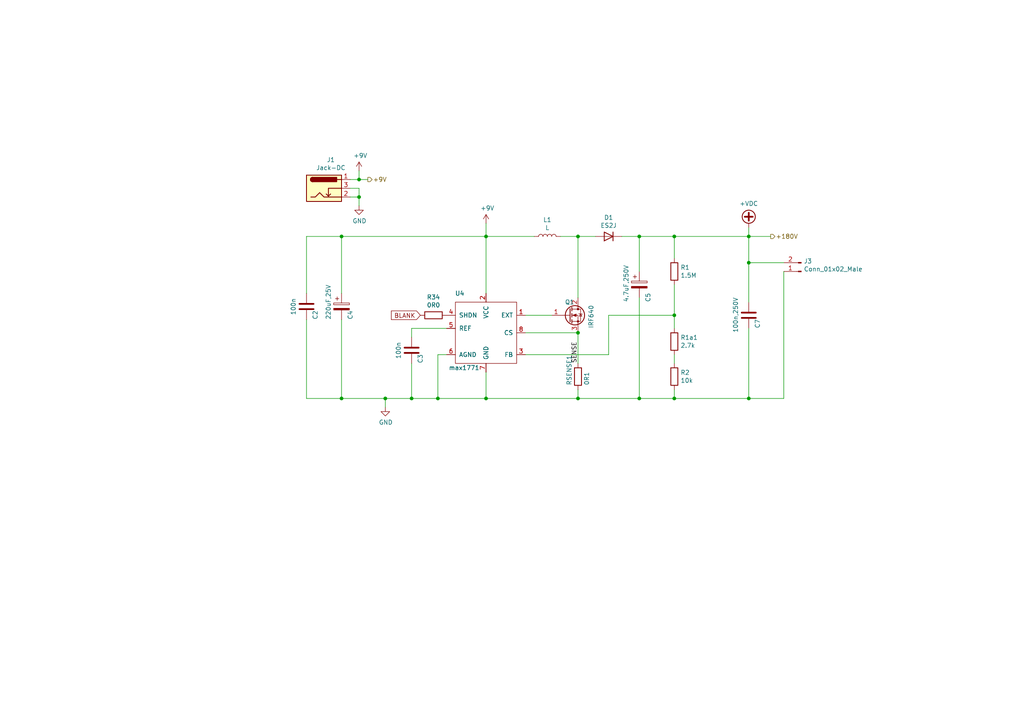
<source format=kicad_sch>
(kicad_sch (version 20211123) (generator eeschema)
  (paper "A4")
  (lib_symbols
    (symbol "Connector:Barrel_Jack_Switch" (pin_names hide)
      (property "Reference" "J" (at 0 5.334 0))
      (property "Value" "Barrel_Jack_Switch" (at 0 -5.08 0))
      (symbol "Barrel_Jack_Switch_0_1"
        (rectangle (start -5.08 3.81) (end 5.08 -3.81) (stroke (width 0.254)) (fill (type background)))
        (arc (start -3.302 3.175) (mid -3.937 2.54) (end -3.302 1.905) (stroke (width 0.254)))
        (arc (start -3.302 3.175) (mid -3.937 2.54) (end -3.302 1.905) (stroke (width 0.254)) (fill (type outline)))
        (polyline (pts (xy 1.27 -2.286) (xy 1.905 -1.651)) (stroke (width 0.254)))
        (polyline (pts (xy 5.08 2.54) (xy 3.81 2.54)) (stroke (width 0.254)))
        (polyline (pts (xy 5.08 0) (xy 1.27 0) (xy 1.27 -2.286) (xy 0.635 -1.651)) (stroke (width 0.254)))
        (polyline (pts (xy -3.81 -2.54) (xy -2.54 -2.54) (xy -1.27 -1.27) (xy 0 -2.54) (xy 2.54 -2.54) (xy 5.08 -2.54)) (stroke (width 0.254)))
        (rectangle (start 3.683 3.175) (end -3.302 1.905) (stroke (width 0.254)) (fill (type outline)))
      )
      (symbol "Barrel_Jack_Switch_1_1"
        (pin passive line (at 7.62 2.54 180) (length 2.54) (name "~") (number "1"))
        (pin passive line (at 7.62 -2.54 180) (length 2.54) (name "~") (number "2"))
        (pin passive line (at 7.62 0 180) (length 2.54) (name "~") (number "3"))
      )
    )
    (symbol "Connector:Conn_01x02_Male" (pin_names (offset 1.016) hide)
      (property "Reference" "J" (at 0 2.54 0))
      (property "Value" "Conn_01x02_Male" (at 0 -5.08 0))
      (symbol "Conn_01x02_Male_1_1"
        (polyline (pts (xy 1.27 -2.54) (xy 0.8636 -2.54)) (stroke (width 0.1524)))
        (polyline (pts (xy 1.27 0) (xy 0.8636 0)) (stroke (width 0.1524)))
        (rectangle (start 0.8636 -2.413) (end 0 -2.667) (stroke (width 0.1524)) (fill (type outline)))
        (rectangle (start 0.8636 0.127) (end 0 -0.127) (stroke (width 0.1524)) (fill (type outline)))
        (pin passive line (at 5.08 0 180) (length 3.81) (name "Pin_1") (number "1"))
        (pin passive line (at 5.08 -2.54 180) (length 3.81) (name "Pin_2") (number "2"))
      )
    )
    (symbol "Device:C" (pin_numbers hide) (pin_names (offset 0.254))
      (property "Reference" "C" (at 0.635 2.54 0))
      (property "Value" "C" (at 0.635 -2.54 0))
      (symbol "C_0_1"
        (polyline (pts (xy -2.032 -0.762) (xy 2.032 -0.762)) (stroke (width 0.508)))
        (polyline (pts (xy -2.032 0.762) (xy 2.032 0.762)) (stroke (width 0.508)))
      )
      (symbol "C_1_1"
        (pin passive line (at 0 3.81 270) (length 2.794) (name "~") (number "1"))
        (pin passive line (at 0 -3.81 90) (length 2.794) (name "~") (number "2"))
      )
    )
    (symbol "Device:CP" (pin_numbers hide) (pin_names (offset 0.254))
      (property "Reference" "C" (at 0.635 2.54 0))
      (property "Value" "CP" (at 0.635 -2.54 0))
      (symbol "CP_0_1"
        (rectangle (start -2.286 0.508) (end 2.286 1.016))
        (polyline (pts (xy -1.778 2.286) (xy -0.762 2.286)))
        (polyline (pts (xy -1.27 2.794) (xy -1.27 1.778)))
        (rectangle (start 2.286 -0.508) (end -2.286 -1.016) (fill (type outline)))
      )
      (symbol "CP_1_1"
        (pin passive line (at 0 3.81 270) (length 2.794) (name "~") (number "1"))
        (pin passive line (at 0 -3.81 90) (length 2.794) (name "~") (number "2"))
      )
    )
    (symbol "Device:D" (pin_numbers hide) (pin_names (offset 1.016) hide)
      (property "Reference" "D" (at 0 2.54 0))
      (property "Value" "D" (at 0 -2.54 0))
      (symbol "D_0_1"
        (polyline (pts (xy -1.27 1.27) (xy -1.27 -1.27)) (stroke (width 0.254)))
        (polyline (pts (xy 1.27 0) (xy -1.27 0)))
        (polyline (pts (xy 1.27 1.27) (xy 1.27 -1.27) (xy -1.27 0) (xy 1.27 1.27)) (stroke (width 0.254)))
      )
      (symbol "D_1_1"
        (pin passive line (at -3.81 0 0) (length 2.54) (name "K") (number "1"))
        (pin passive line (at 3.81 0 180) (length 2.54) (name "A") (number "2"))
      )
    )
    (symbol "Device:L" (pin_numbers hide) (pin_names (offset 1.016) hide)
      (property "Reference" "L" (at -1.27 0 90))
      (property "Value" "L" (at 1.905 0 90))
      (symbol "L_0_1"
        (arc (start 0 -2.54) (mid 0.635 -1.905) (end 0 -1.27))
        (arc (start 0 -1.27) (mid 0.635 -0.635) (end 0 0))
        (arc (start 0 0) (mid 0.635 0.635) (end 0 1.27))
        (arc (start 0 1.27) (mid 0.635 1.905) (end 0 2.54))
      )
      (symbol "L_1_1"
        (pin passive line (at 0 3.81 270) (length 1.27) (name "1") (number "1"))
        (pin passive line (at 0 -3.81 90) (length 1.27) (name "2") (number "2"))
      )
    )
    (symbol "Device:R" (pin_numbers hide) (pin_names (offset 0))
      (property "Reference" "R" (at 2.032 0 90))
      (property "Value" "R" (at 0 0 90))
      (symbol "R_0_1"
        (rectangle (start -1.016 -2.54) (end 1.016 2.54) (stroke (width 0.254)))
      )
      (symbol "R_1_1"
        (pin passive line (at 0 3.81 270) (length 1.27) (name "~") (number "1"))
        (pin passive line (at 0 -3.81 90) (length 1.27) (name "~") (number "2"))
      )
    )
    (symbol "Transistor_FET:IRF740" (pin_names hide)
      (property "Reference" "Q" (at 6.35 1.905 0))
      (property "Value" "IRF740" (at 6.35 0 0))
      (symbol "IRF740_0_1"
        (polyline (pts (xy 0.254 0) (xy -2.54 0)))
        (polyline (pts (xy 0.254 1.905) (xy 0.254 -1.905)) (stroke (width 0.254)))
        (polyline (pts (xy 0.762 -1.27) (xy 0.762 -2.286)) (stroke (width 0.254)))
        (polyline (pts (xy 0.762 0.508) (xy 0.762 -0.508)) (stroke (width 0.254)))
        (polyline (pts (xy 0.762 2.286) (xy 0.762 1.27)) (stroke (width 0.254)))
        (polyline (pts (xy 2.54 2.54) (xy 2.54 1.778)))
        (polyline (pts (xy 2.54 -2.54) (xy 2.54 0) (xy 0.762 0)))
        (polyline (pts (xy 0.762 -1.778) (xy 3.302 -1.778) (xy 3.302 1.778) (xy 0.762 1.778)))
        (polyline (pts (xy 1.016 0) (xy 2.032 0.381) (xy 2.032 -0.381) (xy 1.016 0)) (fill (type outline)))
        (polyline (pts (xy 2.794 0.508) (xy 2.921 0.381) (xy 3.683 0.381) (xy 3.81 0.254)))
        (polyline (pts (xy 3.302 0.381) (xy 2.921 -0.254) (xy 3.683 -0.254) (xy 3.302 0.381)))
        (circle (center 1.651 0) (radius 2.794) (stroke (width 0.254)))
        (circle (center 2.54 -1.778) (radius 0.254) (fill (type outline)))
        (circle (center 2.54 1.778) (radius 0.254) (fill (type outline)))
      )
      (symbol "IRF740_1_1"
        (pin input line (at -5.08 0 0) (length 2.54) (name "G") (number "1"))
        (pin passive line (at 2.54 5.08 270) (length 2.54) (name "D") (number "2"))
        (pin passive line (at 2.54 -5.08 90) (length 2.54) (name "S") (number "3"))
      )
    )
    (symbol "funknetzwerkuhr-rescue:MAX1771-Parts_Stash-funknetzwerkuhr-rescue" (pin_names (offset 1.016))
      (property "Reference" "U" (at -7.62 10.16 0))
      (property "Value" "MAX1771-Parts_Stash-funknetzwerkuhr-rescue" (at -8.89 -10.16 0))
      (symbol "MAX1771-Parts_Stash-funknetzwerkuhr-rescue_0_1"
        (rectangle (start -8.89 8.89) (end 8.89 -8.89))
      )
      (symbol "MAX1771-Parts_Stash-funknetzwerkuhr-rescue_1_1"
        (pin output line (at 11.43 5.08 180) (length 2.54) (name "EXT") (number "1"))
        (pin power_in line (at 0 11.43 270) (length 2.54) (name "VCC") (number "2"))
        (pin input line (at 11.43 -6.35 180) (length 2.54) (name "FB") (number "3"))
        (pin input line (at -11.43 5.08 0) (length 2.54) (name "SHDN") (number "4"))
        (pin passive line (at -11.43 1.27 0) (length 2.54) (name "REF") (number "5"))
        (pin power_in line (at -11.43 -6.35 0) (length 2.54) (name "AGND") (number "6"))
        (pin power_in line (at 0 -11.43 90) (length 2.54) (name "GND") (number "7"))
        (pin passive line (at 11.43 0 180) (length 2.54) (name "CS") (number "8"))
      )
    )
    (symbol "power:+9V" (power) (pin_names (offset 0))
      (property "Value" "+9V" (at 0 3.556 0))
      (symbol "+9V_0_1"
        (polyline (pts (xy -0.762 1.27) (xy 0 2.54)))
        (polyline (pts (xy 0 0) (xy 0 2.54)))
        (polyline (pts (xy 0 2.54) (xy 0.762 1.27)))
      )
      (symbol "+9V_1_1"
        (pin power_in line (at 0 0 90) (length 0) hide (name "+9V") (number "1"))
      )
    )
    (symbol "power:+VDC" (power) (pin_names (offset 0))
      (property "Value" "+VDC" (at 0 6.35 0))
      (symbol "+VDC_0_1"
        (polyline (pts (xy -1.143 3.175) (xy 1.143 3.175)) (stroke (width 0.508)))
        (polyline (pts (xy 0 0) (xy 0 1.27)))
        (polyline (pts (xy 0 2.032) (xy 0 4.318)) (stroke (width 0.508)))
        (circle (center 0 3.175) (radius 1.905) (stroke (width 0.254)))
      )
      (symbol "+VDC_1_1"
        (pin power_in line (at 0 0 90) (length 0) hide (name "+VDC") (number "1"))
      )
    )
    (symbol "power:GND" (power) (pin_names (offset 0))
      (property "Value" "GND" (at 0 -3.81 0))
      (symbol "GND_0_1"
        (polyline (pts (xy 0 0) (xy 0 -1.27) (xy 1.27 -1.27) (xy 0 -2.54) (xy -1.27 -1.27) (xy 0 -1.27)))
      )
      (symbol "GND_1_1"
        (pin power_in line (at 0 0 270) (length 0) hide (name "GND") (number "1"))
      )
    )
  )
  (junction (at 140.97 68.58))
  (junction (at 195.58 68.58))
  (junction (at 99.06 115.57))
  (junction (at 167.64 68.58))
  (junction (at 104.14 52.07))
  (junction (at 185.42 68.58))
  (junction (at 127 115.57))
  (junction (at 111.76 115.57))
  (junction (at 217.17 115.57))
  (junction (at 167.64 115.57))
  (junction (at 195.58 115.57))
  (junction (at 217.17 68.58))
  (junction (at 185.42 115.57))
  (junction (at 140.97 115.57))
  (junction (at 99.06 68.58))
  (junction (at 167.64 96.52))
  (junction (at 217.17 76.2))
  (junction (at 104.14 57.15))
  (junction (at 119.38 115.57))
  (junction (at 195.58 91.44))
  (wire (pts (xy 140.97 85.09) (xy 140.97 68.58)))
  (wire (pts (xy 185.42 68.58) (xy 185.42 78.74)))
  (wire (pts (xy 119.38 115.57) (xy 111.76 115.57)))
  (wire (pts (xy 119.38 95.25) (xy 119.38 97.79)))
  (wire (pts (xy 195.58 68.58) (xy 185.42 68.58)))
  (wire (pts (xy 167.64 105.41) (xy 167.64 96.52)))
  (wire (pts (xy 152.4 102.87) (xy 176.53 102.87)))
  (wire (pts (xy 217.17 68.58) (xy 217.17 76.2)))
  (wire (pts (xy 104.14 52.07) (xy 104.14 49.53)))
  (wire (pts (xy 152.4 91.44) (xy 160.02 91.44)))
  (wire (pts (xy 217.17 95.25) (xy 217.17 115.57)))
  (wire (pts (xy 195.58 115.57) (xy 185.42 115.57)))
  (wire (pts (xy 223.52 68.58) (xy 217.17 68.58)))
  (wire (pts (xy 167.64 68.58) (xy 172.72 68.58)))
  (wire (pts (xy 99.06 92.71) (xy 99.06 115.57)))
  (wire (pts (xy 129.54 95.25) (xy 119.38 95.25)))
  (wire (pts (xy 119.38 105.41) (xy 119.38 115.57)))
  (wire (pts (xy 88.9 85.09) (xy 88.9 68.58)))
  (wire (pts (xy 99.06 85.09) (xy 99.06 68.58)))
  (wire (pts (xy 104.14 54.61) (xy 104.14 57.15)))
  (wire (pts (xy 180.34 68.58) (xy 185.42 68.58)))
  (wire (pts (xy 106.68 52.07) (xy 104.14 52.07)))
  (wire (pts (xy 129.54 102.87) (xy 127 102.87)))
  (wire (pts (xy 104.14 57.15) (xy 101.6 57.15)))
  (wire (pts (xy 111.76 115.57) (xy 111.76 118.11)))
  (wire (pts (xy 127 102.87) (xy 127 115.57)))
  (wire (pts (xy 217.17 115.57) (xy 195.58 115.57)))
  (wire (pts (xy 195.58 105.41) (xy 195.58 102.87)))
  (wire (pts (xy 99.06 115.57) (xy 88.9 115.57)))
  (wire (pts (xy 195.58 95.25) (xy 195.58 91.44)))
  (wire (pts (xy 167.64 115.57) (xy 167.64 113.03)))
  (wire (pts (xy 195.58 68.58) (xy 195.58 74.93)))
  (wire (pts (xy 140.97 115.57) (xy 140.97 107.95)))
  (wire (pts (xy 167.64 96.52) (xy 152.4 96.52)))
  (wire (pts (xy 101.6 54.61) (xy 104.14 54.61)))
  (wire (pts (xy 167.64 115.57) (xy 140.97 115.57)))
  (wire (pts (xy 140.97 64.77) (xy 140.97 68.58)))
  (wire (pts (xy 140.97 68.58) (xy 154.94 68.58)))
  (wire (pts (xy 99.06 68.58) (xy 140.97 68.58)))
  (wire (pts (xy 88.9 68.58) (xy 99.06 68.58)))
  (wire (pts (xy 185.42 86.36) (xy 185.42 115.57)))
  (wire (pts (xy 101.6 52.07) (xy 104.14 52.07)))
  (wire (pts (xy 176.53 102.87) (xy 176.53 91.44)))
  (wire (pts (xy 195.58 82.55) (xy 195.58 91.44)))
  (wire (pts (xy 195.58 68.58) (xy 217.17 68.58)))
  (wire (pts (xy 119.38 115.57) (xy 127 115.57)))
  (wire (pts (xy 185.42 115.57) (xy 167.64 115.57)))
  (wire (pts (xy 217.17 76.2) (xy 217.17 87.63)))
  (wire (pts (xy 88.9 92.71) (xy 88.9 115.57)))
  (wire (pts (xy 217.17 76.2) (xy 227.33 76.2)))
  (wire (pts (xy 104.14 59.69) (xy 104.14 57.15)))
  (wire (pts (xy 195.58 113.03) (xy 195.58 115.57)))
  (wire (pts (xy 111.76 115.57) (xy 99.06 115.57)))
  (wire (pts (xy 227.33 115.57) (xy 217.17 115.57)))
  (wire (pts (xy 162.56 68.58) (xy 167.64 68.58)))
  (wire (pts (xy 127 115.57) (xy 140.97 115.57)))
  (wire (pts (xy 176.53 91.44) (xy 195.58 91.44)))
  (wire (pts (xy 217.17 66.04) (xy 217.17 68.58)))
  (wire (pts (xy 167.64 68.58) (xy 167.64 86.36)))
  (wire (pts (xy 227.33 78.74) (xy 227.33 115.57)))
  (label "SENSE" (at 167.64 99.06 270))
  (global_label "BLANK" (shape input) (at 121.92 91.44 180) (property "Intersheet References" "${INTERSHEET_REFS}" (effects hide)))
  (hierarchical_label "+180V" (shape output) (at 223.52 68.58 0))
  (hierarchical_label "+9V" (shape output) (at 106.68 52.07 0))
  (symbol (lib_id "Device:R") (at 195.58 99.06 0) (unit 1)
    (property "Reference" "R1a1" (at 197.358 97.8916 0) (effects (justify left)))
    (property "Value" "2.7k" (at 197.358 100.203 0) (effects (justify left)))
    (property "Footprint" "PartsStash:R_0805_2012Metric_Pad1.15x1.40mm_HandSolder_Value" (effects hide))
  )
  (symbol (lib_id "Device:R") (at 125.73 91.44 270) (unit 1)
    (property "Reference" "R34" (at 125.73 86.1822 90))
    (property "Value" "0R0" (at 125.73 88.4936 90))
    (property "Footprint" "PartsStash:R_0805_2012Metric_Pad1.15x1.40mm_HandSolder_Value" (effects hide))
  )
  (symbol (lib_id "Connector:Barrel_Jack_Switch") (at 93.98 54.61 0) (unit 1)
    (property "Reference" "J1" (at 95.9612 46.355 0))
    (property "Value" "Jack-DC" (at 95.9612 48.6664 0))
    (property "Footprint" "Parts:AliExpress55mmBarelJack" (effects hide))
  )
  (symbol (lib_id "power:GND") (at 104.14 59.69 0) (unit 1)
    (property "Reference" "#PWR09" (effects hide))
    (property "Value" "GND" (at 104.267 64.0842 0))
  )
  (symbol (lib_id "power:+9V") (at 104.14 49.53 0) (unit 1)
    (property "Reference" "#PWR08" (effects hide))
    (property "Value" "+9V" (at 104.521 45.1358 0))
  )
  (symbol (lib_id "funknetzwerkuhr-rescue:MAX1771-Parts_Stash-funknetzwerkuhr-rescue") (at 140.97 96.52 0)
    (property "Reference" "U4" (at 133.35 85.09 0))
    (property "Value" "max1771" (at 134.62 106.68 0))
    (property "Footprint" "Package_SO:PowerIntegrations_SO-8" (effects hide))
  )
  (symbol (lib_id "power:GND") (at 111.76 118.11 0) (unit 1)
    (property "Reference" "#PWR010" (effects hide))
    (property "Value" "GND" (at 111.887 122.5042 0))
  )
  (symbol (lib_id "Device:C") (at 119.38 101.6 0) (unit 1)
    (property "Reference" "C3" (at 121.92 105.41 90) (effects (justify left)))
    (property "Value" "100n" (at 115.57 104.14 90) (effects (justify left)))
    (property "Footprint" "Capacitor_SMD:C_1206_3216Metric_Pad1.42x1.75mm_HandSolder" (effects hide))
  )
  (symbol (lib_id "power:+9V") (at 140.97 64.77 0) (unit 1)
    (property "Reference" "#PWR011" (effects hide))
    (property "Value" "+9V" (at 141.351 60.3758 0))
  )
  (symbol (lib_id "Device:C") (at 88.9 88.9 0) (unit 1)
    (property "Reference" "C2" (at 91.44 92.71 90) (effects (justify left)))
    (property "Value" "100n" (at 85.09 91.44 90) (effects (justify left)))
    (property "Footprint" "Capacitor_SMD:C_1206_3216Metric_Pad1.42x1.75mm_HandSolder" (effects hide))
  )
  (symbol (lib_id "Device:L") (at 158.75 68.58 90) (unit 1)
    (property "Reference" "L1" (at 158.75 63.754 90))
    (property "Value" "L" (at 158.75 66.0654 90))
    (property "Footprint" "Inductor_THT:L_Toroid_Vertical_L14.0mm_W6.3mm_P4.57mm_Pulse_A" (effects hide))
  )
  (symbol (lib_id "Device:CP") (at 99.06 88.9 0) (unit 1)
    (property "Reference" "C4" (at 101.6 92.71 90) (effects (justify left)))
    (property "Value" "220uF,25V" (at 95.25 92.71 90) (effects (justify left)))
    (property "Footprint" "Capacitor_THT:CP_Radial_D10.0mm_P2.50mm_P5.00mm" (effects hide))
  )
  (symbol (lib_id "Transistor_FET:IRF740") (at 165.1 91.44 0) (unit 1)
    (property "Reference" "Q1" (at 163.83 87.63 0) (effects (justify left)))
    (property "Value" "IRF640" (at 171.45 95.25 90) (effects (justify left)))
    (property "Footprint" "Package_TO_SOT_SMD:TO-263-2" (effects hide))
  )
  (symbol (lib_id "Device:R") (at 167.64 109.22 0) (unit 1)
    (property "Reference" "RSENSE1" (at 165.1 111.76 90) (effects (justify left)))
    (property "Value" "0R1" (at 170.18 111.76 90) (effects (justify left)))
    (property "Footprint" "Resistor_SMD:R_2512_6332Metric_Pad1.52x3.35mm_HandSolder" (effects hide))
  )
  (symbol (lib_id "Device:D") (at 176.53 68.58 180) (unit 1)
    (property "Reference" "D1" (at 176.53 63.0936 0))
    (property "Value" "ES2J" (at 176.53 65.405 0))
    (property "Footprint" "Diode_SMD:D_SMB_Handsoldering" (effects hide))
  )
  (symbol (lib_id "Device:CP") (at 185.42 82.55 0) (unit 1)
    (property "Reference" "C5" (at 187.96 87.63 90) (effects (justify left)))
    (property "Value" "4.7uF,250V" (at 181.61 87.63 90) (effects (justify left)))
    (property "Footprint" "Capacitor_THT:CP_Radial_D8.0mm_P3.50mm" (effects hide))
  )
  (symbol (lib_id "Device:R") (at 195.58 78.74 0) (unit 1)
    (property "Reference" "R1" (at 197.358 77.5716 0) (effects (justify left)))
    (property "Value" "1.5M" (at 197.358 79.883 0) (effects (justify left)))
    (property "Footprint" "Resistor_SMD:R_1206_3216Metric_Pad1.42x1.75mm_HandSolder" (effects hide))
  )
  (symbol (lib_id "Device:R") (at 195.58 109.22 0) (unit 1)
    (property "Reference" "R2" (at 197.358 108.0516 0) (effects (justify left)))
    (property "Value" "10k" (at 197.358 110.363 0) (effects (justify left)))
    (property "Footprint" "PartsStash:R_0805_2012Metric_Pad1.15x1.40mm_HandSolder_Value" (effects hide))
  )
  (symbol (lib_id "Device:C") (at 217.17 91.44 0) (unit 1)
    (property "Reference" "C7" (at 219.71 95.25 90) (effects (justify left)))
    (property "Value" "100n,250V" (at 213.36 96.52 90) (effects (justify left)))
    (property "Footprint" "Capacitor_THT:C_Rect_L16.5mm_W4.7mm_P15.00mm_MKT" (effects hide))
  )
  (symbol (lib_id "power:+VDC") (at 217.17 66.04 0) (unit 1)
    (property "Reference" "#PWR013" (effects hide))
    (property "Value" "+VDC" (at 217.17 59.055 0))
  )
  (symbol (lib_id "power:GND") (at -8421.37 -2832.1 0) (unit 1)
    (property "Reference" "#PWR07" (effects hide))
    (property "Value" "GND" (at -8421.243 -2827.7058 0))
  )
  (symbol (lib_id "Connector:Conn_01x02_Male") (at 232.41 78.74 180) (unit 1)
    (property "Reference" "J3" (at 233.1212 75.7428 0) (effects (justify right)))
    (property "Value" "Conn_01x02_Male" (at 233.1212 78.0542 0) (effects (justify right)))
    (property "Footprint" "Connector_PinHeader_2.54mm:PinHeader_1x02_P2.54mm_Vertical" (effects hide))
  )
)
</source>
